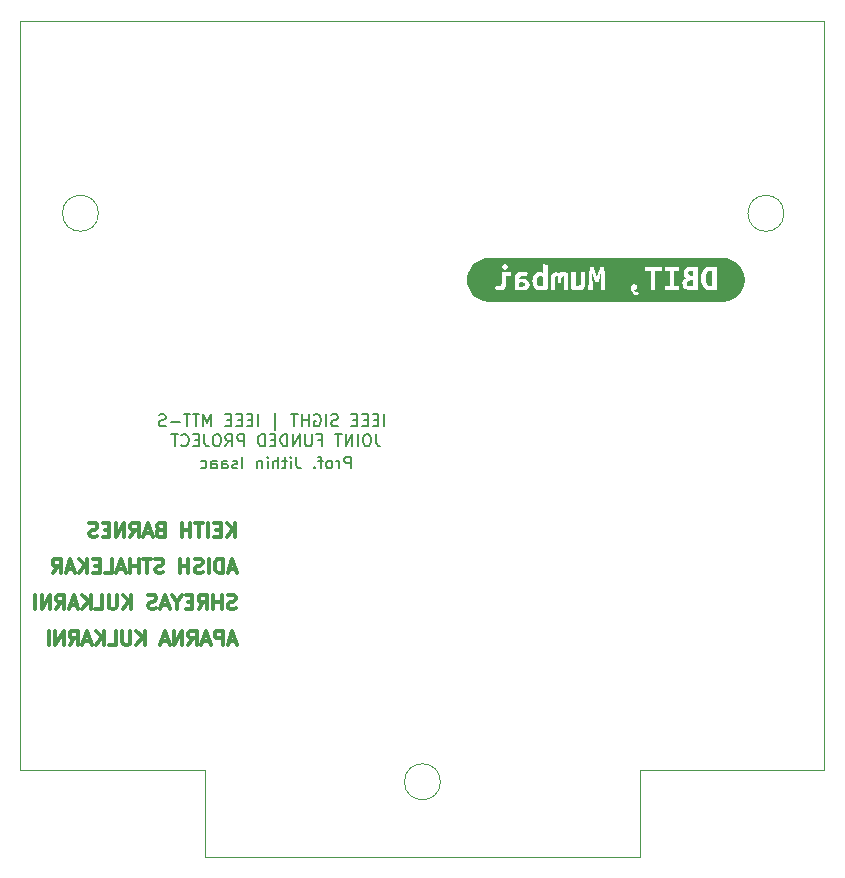
<source format=gbr>
%TF.GenerationSoftware,KiCad,Pcbnew,(5.1.8)-1*%
%TF.CreationDate,2021-05-25T14:35:32+05:30*%
%TF.ProjectId,ATM90_WLR_BOARD,41544d39-305f-4574-9c52-5f424f415244,rev?*%
%TF.SameCoordinates,Original*%
%TF.FileFunction,Legend,Bot*%
%TF.FilePolarity,Positive*%
%FSLAX46Y46*%
G04 Gerber Fmt 4.6, Leading zero omitted, Abs format (unit mm)*
G04 Created by KiCad (PCBNEW (5.1.8)-1) date 2021-05-25 14:35:32*
%MOMM*%
%LPD*%
G01*
G04 APERTURE LIST*
%ADD10C,0.200000*%
%ADD11C,0.300000*%
%TA.AperFunction,Profile*%
%ADD12C,0.050000*%
%TD*%
%ADD13C,0.100000*%
G04 APERTURE END LIST*
D10*
X111163547Y-106790380D02*
X111163547Y-105790380D01*
X110687357Y-106266571D02*
X110354023Y-106266571D01*
X110211166Y-106790380D02*
X110687357Y-106790380D01*
X110687357Y-105790380D01*
X110211166Y-105790380D01*
X109782595Y-106266571D02*
X109449261Y-106266571D01*
X109306404Y-106790380D02*
X109782595Y-106790380D01*
X109782595Y-105790380D01*
X109306404Y-105790380D01*
X108877833Y-106266571D02*
X108544500Y-106266571D01*
X108401642Y-106790380D02*
X108877833Y-106790380D01*
X108877833Y-105790380D01*
X108401642Y-105790380D01*
X107258785Y-106742761D02*
X107115928Y-106790380D01*
X106877833Y-106790380D01*
X106782595Y-106742761D01*
X106734976Y-106695142D01*
X106687357Y-106599904D01*
X106687357Y-106504666D01*
X106734976Y-106409428D01*
X106782595Y-106361809D01*
X106877833Y-106314190D01*
X107068309Y-106266571D01*
X107163547Y-106218952D01*
X107211166Y-106171333D01*
X107258785Y-106076095D01*
X107258785Y-105980857D01*
X107211166Y-105885619D01*
X107163547Y-105838000D01*
X107068309Y-105790380D01*
X106830214Y-105790380D01*
X106687357Y-105838000D01*
X106258785Y-106790380D02*
X106258785Y-105790380D01*
X105258785Y-105838000D02*
X105354023Y-105790380D01*
X105496880Y-105790380D01*
X105639738Y-105838000D01*
X105734976Y-105933238D01*
X105782595Y-106028476D01*
X105830214Y-106218952D01*
X105830214Y-106361809D01*
X105782595Y-106552285D01*
X105734976Y-106647523D01*
X105639738Y-106742761D01*
X105496880Y-106790380D01*
X105401642Y-106790380D01*
X105258785Y-106742761D01*
X105211166Y-106695142D01*
X105211166Y-106361809D01*
X105401642Y-106361809D01*
X104782595Y-106790380D02*
X104782595Y-105790380D01*
X104782595Y-106266571D02*
X104211166Y-106266571D01*
X104211166Y-106790380D02*
X104211166Y-105790380D01*
X103877833Y-105790380D02*
X103306404Y-105790380D01*
X103592119Y-106790380D02*
X103592119Y-105790380D01*
X101973071Y-107123714D02*
X101973071Y-105695142D01*
X100496880Y-106790380D02*
X100496880Y-105790380D01*
X100020690Y-106266571D02*
X99687357Y-106266571D01*
X99544500Y-106790380D02*
X100020690Y-106790380D01*
X100020690Y-105790380D01*
X99544500Y-105790380D01*
X99115928Y-106266571D02*
X98782595Y-106266571D01*
X98639738Y-106790380D02*
X99115928Y-106790380D01*
X99115928Y-105790380D01*
X98639738Y-105790380D01*
X98211166Y-106266571D02*
X97877833Y-106266571D01*
X97734976Y-106790380D02*
X98211166Y-106790380D01*
X98211166Y-105790380D01*
X97734976Y-105790380D01*
X96544500Y-106790380D02*
X96544500Y-105790380D01*
X96211166Y-106504666D01*
X95877833Y-105790380D01*
X95877833Y-106790380D01*
X95544500Y-105790380D02*
X94973071Y-105790380D01*
X95258785Y-106790380D02*
X95258785Y-105790380D01*
X94782595Y-105790380D02*
X94211166Y-105790380D01*
X94496880Y-106790380D02*
X94496880Y-105790380D01*
X93877833Y-106409428D02*
X93115928Y-106409428D01*
X92687357Y-106742761D02*
X92544500Y-106790380D01*
X92306404Y-106790380D01*
X92211166Y-106742761D01*
X92163547Y-106695142D01*
X92115928Y-106599904D01*
X92115928Y-106504666D01*
X92163547Y-106409428D01*
X92211166Y-106361809D01*
X92306404Y-106314190D01*
X92496880Y-106266571D01*
X92592119Y-106218952D01*
X92639738Y-106171333D01*
X92687357Y-106076095D01*
X92687357Y-105980857D01*
X92639738Y-105885619D01*
X92592119Y-105838000D01*
X92496880Y-105790380D01*
X92258785Y-105790380D01*
X92115928Y-105838000D01*
X110496880Y-107490380D02*
X110496880Y-108204666D01*
X110544500Y-108347523D01*
X110639738Y-108442761D01*
X110782595Y-108490380D01*
X110877833Y-108490380D01*
X109830214Y-107490380D02*
X109639738Y-107490380D01*
X109544500Y-107538000D01*
X109449261Y-107633238D01*
X109401642Y-107823714D01*
X109401642Y-108157047D01*
X109449261Y-108347523D01*
X109544500Y-108442761D01*
X109639738Y-108490380D01*
X109830214Y-108490380D01*
X109925452Y-108442761D01*
X110020690Y-108347523D01*
X110068309Y-108157047D01*
X110068309Y-107823714D01*
X110020690Y-107633238D01*
X109925452Y-107538000D01*
X109830214Y-107490380D01*
X108973071Y-108490380D02*
X108973071Y-107490380D01*
X108496880Y-108490380D02*
X108496880Y-107490380D01*
X107925452Y-108490380D01*
X107925452Y-107490380D01*
X107592119Y-107490380D02*
X107020690Y-107490380D01*
X107306404Y-108490380D02*
X107306404Y-107490380D01*
X105592119Y-107966571D02*
X105925452Y-107966571D01*
X105925452Y-108490380D02*
X105925452Y-107490380D01*
X105449261Y-107490380D01*
X105068309Y-107490380D02*
X105068309Y-108299904D01*
X105020690Y-108395142D01*
X104973071Y-108442761D01*
X104877833Y-108490380D01*
X104687357Y-108490380D01*
X104592119Y-108442761D01*
X104544500Y-108395142D01*
X104496880Y-108299904D01*
X104496880Y-107490380D01*
X104020690Y-108490380D02*
X104020690Y-107490380D01*
X103449261Y-108490380D01*
X103449261Y-107490380D01*
X102973071Y-108490380D02*
X102973071Y-107490380D01*
X102734976Y-107490380D01*
X102592119Y-107538000D01*
X102496880Y-107633238D01*
X102449261Y-107728476D01*
X102401642Y-107918952D01*
X102401642Y-108061809D01*
X102449261Y-108252285D01*
X102496880Y-108347523D01*
X102592119Y-108442761D01*
X102734976Y-108490380D01*
X102973071Y-108490380D01*
X101973071Y-107966571D02*
X101639738Y-107966571D01*
X101496880Y-108490380D02*
X101973071Y-108490380D01*
X101973071Y-107490380D01*
X101496880Y-107490380D01*
X101068309Y-108490380D02*
X101068309Y-107490380D01*
X100830214Y-107490380D01*
X100687357Y-107538000D01*
X100592119Y-107633238D01*
X100544500Y-107728476D01*
X100496880Y-107918952D01*
X100496880Y-108061809D01*
X100544500Y-108252285D01*
X100592119Y-108347523D01*
X100687357Y-108442761D01*
X100830214Y-108490380D01*
X101068309Y-108490380D01*
X99306404Y-108490380D02*
X99306404Y-107490380D01*
X98925452Y-107490380D01*
X98830214Y-107538000D01*
X98782595Y-107585619D01*
X98734976Y-107680857D01*
X98734976Y-107823714D01*
X98782595Y-107918952D01*
X98830214Y-107966571D01*
X98925452Y-108014190D01*
X99306404Y-108014190D01*
X97734976Y-108490380D02*
X98068309Y-108014190D01*
X98306404Y-108490380D02*
X98306404Y-107490380D01*
X97925452Y-107490380D01*
X97830214Y-107538000D01*
X97782595Y-107585619D01*
X97734976Y-107680857D01*
X97734976Y-107823714D01*
X97782595Y-107918952D01*
X97830214Y-107966571D01*
X97925452Y-108014190D01*
X98306404Y-108014190D01*
X97115928Y-107490380D02*
X96925452Y-107490380D01*
X96830214Y-107538000D01*
X96734976Y-107633238D01*
X96687357Y-107823714D01*
X96687357Y-108157047D01*
X96734976Y-108347523D01*
X96830214Y-108442761D01*
X96925452Y-108490380D01*
X97115928Y-108490380D01*
X97211166Y-108442761D01*
X97306404Y-108347523D01*
X97354023Y-108157047D01*
X97354023Y-107823714D01*
X97306404Y-107633238D01*
X97211166Y-107538000D01*
X97115928Y-107490380D01*
X95973071Y-107490380D02*
X95973071Y-108204666D01*
X96020690Y-108347523D01*
X96115928Y-108442761D01*
X96258785Y-108490380D01*
X96354023Y-108490380D01*
X95496880Y-107966571D02*
X95163547Y-107966571D01*
X95020690Y-108490380D02*
X95496880Y-108490380D01*
X95496880Y-107490380D01*
X95020690Y-107490380D01*
X94020690Y-108395142D02*
X94068309Y-108442761D01*
X94211166Y-108490380D01*
X94306404Y-108490380D01*
X94449261Y-108442761D01*
X94544500Y-108347523D01*
X94592119Y-108252285D01*
X94639738Y-108061809D01*
X94639738Y-107918952D01*
X94592119Y-107728476D01*
X94544500Y-107633238D01*
X94449261Y-107538000D01*
X94306404Y-107490380D01*
X94211166Y-107490380D01*
X94068309Y-107538000D01*
X94020690Y-107585619D01*
X93734976Y-107490380D02*
X93163547Y-107490380D01*
X93449261Y-108490380D02*
X93449261Y-107490380D01*
X108377833Y-110370880D02*
X108377833Y-109370880D01*
X107996880Y-109370880D01*
X107901642Y-109418500D01*
X107854023Y-109466119D01*
X107806404Y-109561357D01*
X107806404Y-109704214D01*
X107854023Y-109799452D01*
X107901642Y-109847071D01*
X107996880Y-109894690D01*
X108377833Y-109894690D01*
X107377833Y-110370880D02*
X107377833Y-109704214D01*
X107377833Y-109894690D02*
X107330214Y-109799452D01*
X107282595Y-109751833D01*
X107187357Y-109704214D01*
X107092119Y-109704214D01*
X106615928Y-110370880D02*
X106711166Y-110323261D01*
X106758785Y-110275642D01*
X106806404Y-110180404D01*
X106806404Y-109894690D01*
X106758785Y-109799452D01*
X106711166Y-109751833D01*
X106615928Y-109704214D01*
X106473071Y-109704214D01*
X106377833Y-109751833D01*
X106330214Y-109799452D01*
X106282595Y-109894690D01*
X106282595Y-110180404D01*
X106330214Y-110275642D01*
X106377833Y-110323261D01*
X106473071Y-110370880D01*
X106615928Y-110370880D01*
X105996880Y-109704214D02*
X105615928Y-109704214D01*
X105854023Y-110370880D02*
X105854023Y-109513738D01*
X105806404Y-109418500D01*
X105711166Y-109370880D01*
X105615928Y-109370880D01*
X105282595Y-110275642D02*
X105234976Y-110323261D01*
X105282595Y-110370880D01*
X105330214Y-110323261D01*
X105282595Y-110275642D01*
X105282595Y-110370880D01*
X103758785Y-109370880D02*
X103758785Y-110085166D01*
X103806404Y-110228023D01*
X103901642Y-110323261D01*
X104044500Y-110370880D01*
X104139738Y-110370880D01*
X103282595Y-110370880D02*
X103282595Y-109704214D01*
X103282595Y-109370880D02*
X103330214Y-109418500D01*
X103282595Y-109466119D01*
X103234976Y-109418500D01*
X103282595Y-109370880D01*
X103282595Y-109466119D01*
X102949261Y-109704214D02*
X102568309Y-109704214D01*
X102806404Y-109370880D02*
X102806404Y-110228023D01*
X102758785Y-110323261D01*
X102663547Y-110370880D01*
X102568309Y-110370880D01*
X102234976Y-110370880D02*
X102234976Y-109370880D01*
X101806404Y-110370880D02*
X101806404Y-109847071D01*
X101854023Y-109751833D01*
X101949261Y-109704214D01*
X102092119Y-109704214D01*
X102187357Y-109751833D01*
X102234976Y-109799452D01*
X101330214Y-110370880D02*
X101330214Y-109704214D01*
X101330214Y-109370880D02*
X101377833Y-109418500D01*
X101330214Y-109466119D01*
X101282595Y-109418500D01*
X101330214Y-109370880D01*
X101330214Y-109466119D01*
X100854023Y-109704214D02*
X100854023Y-110370880D01*
X100854023Y-109799452D02*
X100806404Y-109751833D01*
X100711166Y-109704214D01*
X100568309Y-109704214D01*
X100473071Y-109751833D01*
X100425452Y-109847071D01*
X100425452Y-110370880D01*
X99187357Y-110370880D02*
X99187357Y-109370880D01*
X98758785Y-110323261D02*
X98663547Y-110370880D01*
X98473071Y-110370880D01*
X98377833Y-110323261D01*
X98330214Y-110228023D01*
X98330214Y-110180404D01*
X98377833Y-110085166D01*
X98473071Y-110037547D01*
X98615928Y-110037547D01*
X98711166Y-109989928D01*
X98758785Y-109894690D01*
X98758785Y-109847071D01*
X98711166Y-109751833D01*
X98615928Y-109704214D01*
X98473071Y-109704214D01*
X98377833Y-109751833D01*
X97473071Y-110370880D02*
X97473071Y-109847071D01*
X97520690Y-109751833D01*
X97615928Y-109704214D01*
X97806404Y-109704214D01*
X97901642Y-109751833D01*
X97473071Y-110323261D02*
X97568309Y-110370880D01*
X97806404Y-110370880D01*
X97901642Y-110323261D01*
X97949261Y-110228023D01*
X97949261Y-110132785D01*
X97901642Y-110037547D01*
X97806404Y-109989928D01*
X97568309Y-109989928D01*
X97473071Y-109942309D01*
X96568309Y-110370880D02*
X96568309Y-109847071D01*
X96615928Y-109751833D01*
X96711166Y-109704214D01*
X96901642Y-109704214D01*
X96996880Y-109751833D01*
X96568309Y-110323261D02*
X96663547Y-110370880D01*
X96901642Y-110370880D01*
X96996880Y-110323261D01*
X97044500Y-110228023D01*
X97044500Y-110132785D01*
X96996880Y-110037547D01*
X96901642Y-109989928D01*
X96663547Y-109989928D01*
X96568309Y-109942309D01*
X95663547Y-110323261D02*
X95758785Y-110370880D01*
X95949261Y-110370880D01*
X96044500Y-110323261D01*
X96092119Y-110275642D01*
X96139738Y-110180404D01*
X96139738Y-109894690D01*
X96092119Y-109799452D01*
X96044500Y-109751833D01*
X95949261Y-109704214D01*
X95758785Y-109704214D01*
X95663547Y-109751833D01*
D11*
X98617571Y-122215214D02*
X98446143Y-122272357D01*
X98160428Y-122272357D01*
X98046143Y-122215214D01*
X97989000Y-122158071D01*
X97931857Y-122043785D01*
X97931857Y-121929500D01*
X97989000Y-121815214D01*
X98046143Y-121758071D01*
X98160428Y-121700928D01*
X98389000Y-121643785D01*
X98503286Y-121586642D01*
X98560428Y-121529500D01*
X98617571Y-121415214D01*
X98617571Y-121300928D01*
X98560428Y-121186642D01*
X98503286Y-121129500D01*
X98389000Y-121072357D01*
X98103286Y-121072357D01*
X97931857Y-121129500D01*
X97417571Y-122272357D02*
X97417571Y-121072357D01*
X97417571Y-121643785D02*
X96731857Y-121643785D01*
X96731857Y-122272357D02*
X96731857Y-121072357D01*
X95474714Y-122272357D02*
X95874714Y-121700928D01*
X96160428Y-122272357D02*
X96160428Y-121072357D01*
X95703286Y-121072357D01*
X95589000Y-121129500D01*
X95531857Y-121186642D01*
X95474714Y-121300928D01*
X95474714Y-121472357D01*
X95531857Y-121586642D01*
X95589000Y-121643785D01*
X95703286Y-121700928D01*
X96160428Y-121700928D01*
X94960428Y-121643785D02*
X94560428Y-121643785D01*
X94389000Y-122272357D02*
X94960428Y-122272357D01*
X94960428Y-121072357D01*
X94389000Y-121072357D01*
X93646143Y-121700928D02*
X93646143Y-122272357D01*
X94046143Y-121072357D02*
X93646143Y-121700928D01*
X93246143Y-121072357D01*
X92903286Y-121929500D02*
X92331857Y-121929500D01*
X93017571Y-122272357D02*
X92617571Y-121072357D01*
X92217571Y-122272357D01*
X91874714Y-122215214D02*
X91703286Y-122272357D01*
X91417571Y-122272357D01*
X91303286Y-122215214D01*
X91246143Y-122158071D01*
X91189000Y-122043785D01*
X91189000Y-121929500D01*
X91246143Y-121815214D01*
X91303286Y-121758071D01*
X91417571Y-121700928D01*
X91646143Y-121643785D01*
X91760428Y-121586642D01*
X91817571Y-121529500D01*
X91874714Y-121415214D01*
X91874714Y-121300928D01*
X91817571Y-121186642D01*
X91760428Y-121129500D01*
X91646143Y-121072357D01*
X91360428Y-121072357D01*
X91189000Y-121129500D01*
X89760428Y-122272357D02*
X89760428Y-121072357D01*
X89074714Y-122272357D02*
X89589000Y-121586642D01*
X89074714Y-121072357D02*
X89760428Y-121758071D01*
X88560428Y-121072357D02*
X88560428Y-122043785D01*
X88503286Y-122158071D01*
X88446143Y-122215214D01*
X88331857Y-122272357D01*
X88103286Y-122272357D01*
X87989000Y-122215214D01*
X87931857Y-122158071D01*
X87874714Y-122043785D01*
X87874714Y-121072357D01*
X86731857Y-122272357D02*
X87303286Y-122272357D01*
X87303286Y-121072357D01*
X86331857Y-122272357D02*
X86331857Y-121072357D01*
X85646143Y-122272357D02*
X86160428Y-121586642D01*
X85646143Y-121072357D02*
X86331857Y-121758071D01*
X85189000Y-121929500D02*
X84617571Y-121929500D01*
X85303286Y-122272357D02*
X84903286Y-121072357D01*
X84503286Y-122272357D01*
X83417571Y-122272357D02*
X83817571Y-121700928D01*
X84103286Y-122272357D02*
X84103286Y-121072357D01*
X83646143Y-121072357D01*
X83531857Y-121129500D01*
X83474714Y-121186642D01*
X83417571Y-121300928D01*
X83417571Y-121472357D01*
X83474714Y-121586642D01*
X83531857Y-121643785D01*
X83646143Y-121700928D01*
X84103286Y-121700928D01*
X82903286Y-122272357D02*
X82903286Y-121072357D01*
X82217571Y-122272357D01*
X82217571Y-121072357D01*
X81646143Y-122272357D02*
X81646143Y-121072357D01*
X98617571Y-118881500D02*
X98046142Y-118881500D01*
X98731856Y-119224357D02*
X98331856Y-118024357D01*
X97931856Y-119224357D01*
X97531856Y-119224357D02*
X97531856Y-118024357D01*
X97246142Y-118024357D01*
X97074714Y-118081500D01*
X96960428Y-118195785D01*
X96903285Y-118310071D01*
X96846142Y-118538642D01*
X96846142Y-118710071D01*
X96903285Y-118938642D01*
X96960428Y-119052928D01*
X97074714Y-119167214D01*
X97246142Y-119224357D01*
X97531856Y-119224357D01*
X96331856Y-119224357D02*
X96331856Y-118024357D01*
X95817571Y-119167214D02*
X95646142Y-119224357D01*
X95360428Y-119224357D01*
X95246142Y-119167214D01*
X95188999Y-119110071D01*
X95131856Y-118995785D01*
X95131856Y-118881500D01*
X95188999Y-118767214D01*
X95246142Y-118710071D01*
X95360428Y-118652928D01*
X95588999Y-118595785D01*
X95703285Y-118538642D01*
X95760428Y-118481500D01*
X95817571Y-118367214D01*
X95817571Y-118252928D01*
X95760428Y-118138642D01*
X95703285Y-118081500D01*
X95588999Y-118024357D01*
X95303285Y-118024357D01*
X95131856Y-118081500D01*
X94617571Y-119224357D02*
X94617571Y-118024357D01*
X94617571Y-118595785D02*
X93931856Y-118595785D01*
X93931856Y-119224357D02*
X93931856Y-118024357D01*
X92503285Y-119167214D02*
X92331856Y-119224357D01*
X92046142Y-119224357D01*
X91931856Y-119167214D01*
X91874714Y-119110071D01*
X91817571Y-118995785D01*
X91817571Y-118881500D01*
X91874714Y-118767214D01*
X91931856Y-118710071D01*
X92046142Y-118652928D01*
X92274714Y-118595785D01*
X92388999Y-118538642D01*
X92446142Y-118481500D01*
X92503285Y-118367214D01*
X92503285Y-118252928D01*
X92446142Y-118138642D01*
X92388999Y-118081500D01*
X92274714Y-118024357D01*
X91988999Y-118024357D01*
X91817571Y-118081500D01*
X91474714Y-118024357D02*
X90788999Y-118024357D01*
X91131856Y-119224357D02*
X91131856Y-118024357D01*
X90388999Y-119224357D02*
X90388999Y-118024357D01*
X90388999Y-118595785D02*
X89703285Y-118595785D01*
X89703285Y-119224357D02*
X89703285Y-118024357D01*
X89188999Y-118881500D02*
X88617571Y-118881500D01*
X89303285Y-119224357D02*
X88903285Y-118024357D01*
X88503285Y-119224357D01*
X87531856Y-119224357D02*
X88103285Y-119224357D01*
X88103285Y-118024357D01*
X87131856Y-118595785D02*
X86731856Y-118595785D01*
X86560428Y-119224357D02*
X87131856Y-119224357D01*
X87131856Y-118024357D01*
X86560428Y-118024357D01*
X86046142Y-119224357D02*
X86046142Y-118024357D01*
X85360428Y-119224357D02*
X85874714Y-118538642D01*
X85360428Y-118024357D02*
X86046142Y-118710071D01*
X84903285Y-118881500D02*
X84331856Y-118881500D01*
X85017571Y-119224357D02*
X84617571Y-118024357D01*
X84217571Y-119224357D01*
X83131856Y-119224357D02*
X83531856Y-118652928D01*
X83817571Y-119224357D02*
X83817571Y-118024357D01*
X83360428Y-118024357D01*
X83246142Y-118081500D01*
X83188999Y-118138642D01*
X83131856Y-118252928D01*
X83131856Y-118424357D01*
X83188999Y-118538642D01*
X83246142Y-118595785D01*
X83360428Y-118652928D01*
X83817571Y-118652928D01*
X98617571Y-124977500D02*
X98046142Y-124977500D01*
X98731856Y-125320357D02*
X98331856Y-124120357D01*
X97931856Y-125320357D01*
X97531856Y-125320357D02*
X97531856Y-124120357D01*
X97074714Y-124120357D01*
X96960428Y-124177500D01*
X96903285Y-124234642D01*
X96846142Y-124348928D01*
X96846142Y-124520357D01*
X96903285Y-124634642D01*
X96960428Y-124691785D01*
X97074714Y-124748928D01*
X97531856Y-124748928D01*
X96388999Y-124977500D02*
X95817571Y-124977500D01*
X96503285Y-125320357D02*
X96103285Y-124120357D01*
X95703285Y-125320357D01*
X94617571Y-125320357D02*
X95017571Y-124748928D01*
X95303285Y-125320357D02*
X95303285Y-124120357D01*
X94846142Y-124120357D01*
X94731856Y-124177500D01*
X94674714Y-124234642D01*
X94617571Y-124348928D01*
X94617571Y-124520357D01*
X94674714Y-124634642D01*
X94731856Y-124691785D01*
X94846142Y-124748928D01*
X95303285Y-124748928D01*
X94103285Y-125320357D02*
X94103285Y-124120357D01*
X93417571Y-125320357D01*
X93417571Y-124120357D01*
X92903285Y-124977500D02*
X92331856Y-124977500D01*
X93017571Y-125320357D02*
X92617571Y-124120357D01*
X92217571Y-125320357D01*
X90903285Y-125320357D02*
X90903285Y-124120357D01*
X90217571Y-125320357D02*
X90731856Y-124634642D01*
X90217571Y-124120357D02*
X90903285Y-124806071D01*
X89703285Y-124120357D02*
X89703285Y-125091785D01*
X89646142Y-125206071D01*
X89588999Y-125263214D01*
X89474714Y-125320357D01*
X89246142Y-125320357D01*
X89131856Y-125263214D01*
X89074714Y-125206071D01*
X89017571Y-125091785D01*
X89017571Y-124120357D01*
X87874714Y-125320357D02*
X88446142Y-125320357D01*
X88446142Y-124120357D01*
X87474714Y-125320357D02*
X87474714Y-124120357D01*
X86788999Y-125320357D02*
X87303285Y-124634642D01*
X86788999Y-124120357D02*
X87474714Y-124806071D01*
X86331856Y-124977500D02*
X85760428Y-124977500D01*
X86446142Y-125320357D02*
X86046142Y-124120357D01*
X85646142Y-125320357D01*
X84560428Y-125320357D02*
X84960428Y-124748928D01*
X85246142Y-125320357D02*
X85246142Y-124120357D01*
X84788999Y-124120357D01*
X84674714Y-124177500D01*
X84617571Y-124234642D01*
X84560428Y-124348928D01*
X84560428Y-124520357D01*
X84617571Y-124634642D01*
X84674714Y-124691785D01*
X84788999Y-124748928D01*
X85246142Y-124748928D01*
X84046142Y-125320357D02*
X84046142Y-124120357D01*
X83360428Y-125320357D01*
X83360428Y-124120357D01*
X82788999Y-125320357D02*
X82788999Y-124120357D01*
X98560428Y-116176357D02*
X98560428Y-114976357D01*
X97874713Y-116176357D02*
X98388999Y-115490642D01*
X97874713Y-114976357D02*
X98560428Y-115662071D01*
X97360428Y-115547785D02*
X96960428Y-115547785D01*
X96788999Y-116176357D02*
X97360428Y-116176357D01*
X97360428Y-114976357D01*
X96788999Y-114976357D01*
X96274713Y-116176357D02*
X96274713Y-114976357D01*
X95874713Y-114976357D02*
X95188999Y-114976357D01*
X95531856Y-116176357D02*
X95531856Y-114976357D01*
X94788999Y-116176357D02*
X94788999Y-114976357D01*
X94788999Y-115547785D02*
X94103285Y-115547785D01*
X94103285Y-116176357D02*
X94103285Y-114976357D01*
X92217570Y-115547785D02*
X92046142Y-115604928D01*
X91988999Y-115662071D01*
X91931856Y-115776357D01*
X91931856Y-115947785D01*
X91988999Y-116062071D01*
X92046142Y-116119214D01*
X92160428Y-116176357D01*
X92617570Y-116176357D01*
X92617570Y-114976357D01*
X92217570Y-114976357D01*
X92103285Y-115033500D01*
X92046142Y-115090642D01*
X91988999Y-115204928D01*
X91988999Y-115319214D01*
X92046142Y-115433500D01*
X92103285Y-115490642D01*
X92217570Y-115547785D01*
X92617570Y-115547785D01*
X91474713Y-115833500D02*
X90903285Y-115833500D01*
X91588999Y-116176357D02*
X91188999Y-114976357D01*
X90788999Y-116176357D01*
X89703285Y-116176357D02*
X90103285Y-115604928D01*
X90388999Y-116176357D02*
X90388999Y-114976357D01*
X89931856Y-114976357D01*
X89817570Y-115033500D01*
X89760428Y-115090642D01*
X89703285Y-115204928D01*
X89703285Y-115376357D01*
X89760428Y-115490642D01*
X89817570Y-115547785D01*
X89931856Y-115604928D01*
X90388999Y-115604928D01*
X89188999Y-116176357D02*
X89188999Y-114976357D01*
X88503285Y-116176357D01*
X88503285Y-114976357D01*
X87931856Y-115547785D02*
X87531856Y-115547785D01*
X87360428Y-116176357D02*
X87931856Y-116176357D01*
X87931856Y-114976357D01*
X87360428Y-114976357D01*
X86903285Y-116119214D02*
X86731856Y-116176357D01*
X86446142Y-116176357D01*
X86331856Y-116119214D01*
X86274713Y-116062071D01*
X86217570Y-115947785D01*
X86217570Y-115833500D01*
X86274713Y-115719214D01*
X86331856Y-115662071D01*
X86446142Y-115604928D01*
X86674713Y-115547785D01*
X86788999Y-115490642D01*
X86846142Y-115433500D01*
X86903285Y-115319214D01*
X86903285Y-115204928D01*
X86846142Y-115090642D01*
X86788999Y-115033500D01*
X86674713Y-114976357D01*
X86388999Y-114976357D01*
X86217570Y-115033500D01*
D12*
X80391000Y-135890000D02*
X80391000Y-72517000D01*
X148463000Y-72517000D02*
X148463000Y-135890000D01*
X148463000Y-72517000D02*
X80391000Y-72517000D01*
X132842000Y-135890000D02*
X148463000Y-135890000D01*
X132842000Y-143256000D02*
X132842000Y-135890000D01*
X96012000Y-135890000D02*
X96012000Y-143256000D01*
X80391000Y-135890000D02*
X96012000Y-135890000D01*
X96012000Y-143256000D02*
X132842000Y-143256000D01*
X115951000Y-136906000D02*
G75*
G03*
X115951000Y-136906000I-1524000J0D01*
G01*
X145034000Y-88773000D02*
G75*
G03*
X145034000Y-88773000I-1524000J0D01*
G01*
X86995000Y-88773000D02*
G75*
G03*
X86995000Y-88773000I-1524000J0D01*
G01*
D13*
%TO.C,svgemod*%
G36*
X139346888Y-92552757D02*
G01*
X138876988Y-93281287D01*
X138691647Y-93295575D01*
X138522975Y-93338437D01*
X138374941Y-93411859D01*
X138251513Y-93517825D01*
X138152691Y-93656731D01*
X138078475Y-93828975D01*
X138032041Y-94037334D01*
X137759388Y-95237088D01*
X137759388Y-93328912D01*
X137514913Y-93295575D01*
X137251388Y-93281287D01*
X137049775Y-93292797D01*
X136889438Y-93327325D01*
X136670363Y-93447975D01*
X136562413Y-93614662D01*
X136533838Y-93798812D01*
X136550903Y-93930575D01*
X136602100Y-94046462D01*
X136784663Y-94217912D01*
X136616784Y-94303637D01*
X136513200Y-94414763D01*
X136459622Y-94541763D01*
X136441763Y-94675113D01*
X136456844Y-94838228D01*
X136502088Y-94971975D01*
X136171888Y-95268838D01*
X136171888Y-94944988D01*
X135743263Y-94944988D01*
X135743263Y-93627362D01*
X136171888Y-93627362D01*
X136171888Y-93303512D01*
X134924113Y-93303512D01*
X134676463Y-93627362D01*
X134676463Y-93303512D01*
X133247713Y-93303512D01*
X133247713Y-93627362D01*
X133765238Y-93627362D01*
X133765238Y-95268838D01*
X134158938Y-95268838D01*
X134158938Y-93627362D01*
X134676463Y-93627362D01*
X134924113Y-93303512D01*
X134924113Y-93627362D01*
X135349563Y-93627362D01*
X135349563Y-94944988D01*
X134924113Y-94944988D01*
X134924113Y-95268838D01*
X136171888Y-95268838D01*
X136502088Y-94971975D01*
X136665600Y-95162475D01*
X136778313Y-95223594D01*
X136910075Y-95264075D01*
X137056522Y-95286697D01*
X137213288Y-95294238D01*
X137345844Y-95290666D01*
X137483163Y-95279950D01*
X137622069Y-95262091D01*
X137759388Y-95237088D01*
X138032041Y-94037334D01*
X138016563Y-94284587D01*
X138033628Y-94537397D01*
X138084825Y-94749725D01*
X138166184Y-94923953D01*
X138273738Y-95062463D01*
X138405897Y-95166841D01*
X138561075Y-95238675D01*
X132768288Y-95500613D01*
X132652400Y-95478388D01*
X132541275Y-95449813D01*
X132447613Y-95395838D01*
X132380938Y-95300588D01*
X132568263Y-95205338D01*
X132634938Y-95021188D01*
X132553975Y-94817988D01*
X132349188Y-94738613D01*
X132141225Y-94827513D01*
X132085266Y-94932288D01*
X132066613Y-95068813D01*
X132101538Y-95291063D01*
X132214250Y-95497438D01*
X132303547Y-95586338D01*
X132415863Y-95662538D01*
X132553181Y-95720481D01*
X132717488Y-95754613D01*
X132768288Y-95500613D01*
X138561075Y-95238675D01*
X138736097Y-95280347D01*
X138927788Y-95294238D01*
X139132575Y-95283125D01*
X139346888Y-95246613D01*
X139346888Y-93328912D01*
X139096063Y-93290812D01*
X138876988Y-93281287D01*
X139346888Y-92552757D01*
X139859518Y-92552757D01*
X140041559Y-92561700D01*
X140221848Y-92588444D01*
X140398647Y-92632730D01*
X140570254Y-92694131D01*
X140735016Y-92772058D01*
X140891346Y-92865759D01*
X141037740Y-92974332D01*
X141172787Y-93096731D01*
X141295186Y-93231778D01*
X141403759Y-93378171D01*
X141497460Y-93534502D01*
X141575386Y-93699264D01*
X141636788Y-93870871D01*
X141681074Y-94047670D01*
X141707817Y-94227958D01*
X141716760Y-94410000D01*
X141707817Y-94592042D01*
X141681074Y-94772330D01*
X141636788Y-94949129D01*
X141575386Y-95120736D01*
X141497460Y-95285498D01*
X141403759Y-95441829D01*
X141295186Y-95588222D01*
X141172787Y-95723269D01*
X141037740Y-95845668D01*
X140891346Y-95954241D01*
X140735016Y-96047942D01*
X140570254Y-96125869D01*
X140398647Y-96187270D01*
X140221848Y-96231556D01*
X140041559Y-96258300D01*
X139859518Y-96267243D01*
X139346888Y-96267243D01*
X120573112Y-96267243D01*
X122243162Y-94344912D01*
X122243162Y-95233913D01*
X122497162Y-95278363D01*
X122675756Y-95297413D01*
X122874987Y-95303763D01*
X123133750Y-95278363D01*
X123332187Y-95194225D01*
X123459187Y-95041825D01*
X123503637Y-94811638D01*
X123452837Y-94592563D01*
X123316312Y-94449688D01*
X123119462Y-94371900D01*
X122887687Y-94348087D01*
X122744019Y-94354437D01*
X122617812Y-94373487D01*
X122617812Y-94325862D01*
X122687662Y-94140125D01*
X122782912Y-94084166D01*
X122928962Y-94065512D01*
X123143275Y-94081387D01*
X123309962Y-94119487D01*
X123363937Y-93805162D01*
X123157562Y-93759125D01*
X123021831Y-93743647D01*
X122881337Y-93738487D01*
X122712666Y-93749203D01*
X122574950Y-93781350D01*
X122379687Y-93902000D01*
X122274912Y-94092500D01*
X122243162Y-94344912D01*
X120573112Y-96267243D01*
X120060482Y-96267243D01*
X120573112Y-95205338D01*
X120800125Y-95283125D01*
X120995387Y-95303763D01*
X121135484Y-95292650D01*
X121250975Y-95259313D01*
X121416075Y-95130725D01*
X121503387Y-94925938D01*
X121522437Y-94796556D01*
X121528787Y-94649713D01*
X121528787Y-94100437D01*
X121941537Y-94100437D01*
X121941537Y-93776587D01*
X121138262Y-93776587D01*
X121138262Y-94700513D01*
X121089050Y-94898950D01*
X120925537Y-94964038D01*
X120795362Y-94949750D01*
X120623912Y-94891013D01*
X120573112Y-95205338D01*
X120060482Y-96267243D01*
X119878441Y-96258300D01*
X121154137Y-93347962D01*
X121227162Y-93528937D01*
X121401787Y-93595612D01*
X121574825Y-93528937D01*
X121646262Y-93347962D01*
X121574825Y-93163812D01*
X121401787Y-93097137D01*
X121227162Y-93163812D01*
X121154137Y-93347962D01*
X119878441Y-96258300D01*
X119698152Y-96231556D01*
X119521353Y-96187270D01*
X119349746Y-96125869D01*
X119184984Y-96047942D01*
X119028654Y-95954241D01*
X118882260Y-95845668D01*
X118747213Y-95723269D01*
X118624814Y-95588222D01*
X118516241Y-95441829D01*
X118422540Y-95285498D01*
X118344614Y-95120736D01*
X118283212Y-94949129D01*
X118238926Y-94772330D01*
X118212183Y-94592042D01*
X118203240Y-94410000D01*
X118212183Y-94227958D01*
X118238926Y-94047670D01*
X118283212Y-93870871D01*
X118344614Y-93699264D01*
X118422540Y-93534502D01*
X118516241Y-93378171D01*
X118624814Y-93231778D01*
X118747213Y-93096731D01*
X118882260Y-92974332D01*
X119028654Y-92865759D01*
X119184984Y-92772058D01*
X129482162Y-93303512D01*
X129426600Y-93474962D01*
X129355162Y-93700387D01*
X129278962Y-93944862D01*
X129205937Y-94173462D01*
X129126562Y-93930575D01*
X129047187Y-93689275D01*
X128977337Y-93471787D01*
X128920187Y-93303512D01*
X128596337Y-93303512D01*
X128574509Y-93557512D01*
X128553475Y-93805162D01*
X128534425Y-94048447D01*
X128518550Y-94289350D01*
X128505453Y-94529856D01*
X128494737Y-94771950D01*
X128486006Y-95017616D01*
X128099450Y-95108500D01*
X128193112Y-94887838D01*
X128212162Y-94754488D01*
X128218512Y-94608438D01*
X128218512Y-93776587D01*
X127827987Y-93776587D01*
X127827987Y-94557638D01*
X127815684Y-94737422D01*
X127778775Y-94864025D01*
X127586687Y-94964038D01*
X127408887Y-94948163D01*
X127408887Y-93776587D01*
X127015187Y-93776587D01*
X126481787Y-93779762D01*
X126269062Y-93760712D01*
X126121425Y-93781350D01*
X126008712Y-93849612D01*
X125881712Y-93787700D01*
X125729312Y-93760712D01*
X125526112Y-93798812D01*
X125400700Y-93913112D01*
X125338787Y-94105200D01*
X125326881Y-94231009D01*
X125322912Y-94376662D01*
X125033987Y-95224388D01*
X125033987Y-93132062D01*
X124643462Y-93065387D01*
X124643462Y-93811512D01*
X124484712Y-93759125D01*
X124332312Y-93744837D01*
X124194994Y-93758728D01*
X124075137Y-93800400D01*
X123889400Y-93959150D01*
X123823916Y-94072259D01*
X123776687Y-94205212D01*
X123748112Y-94356025D01*
X123738587Y-94522713D01*
X123750494Y-94692178D01*
X123786212Y-94844975D01*
X123844950Y-94978722D01*
X123925912Y-95091038D01*
X124028306Y-95181128D01*
X124151337Y-95248200D01*
X124294212Y-95289872D01*
X124456137Y-95303763D01*
X124610125Y-95298206D01*
X124767287Y-95281538D01*
X124913337Y-95256138D01*
X125033987Y-95224388D01*
X125322912Y-94376662D01*
X125322912Y-95268838D01*
X125640412Y-95268838D01*
X125640412Y-94357612D01*
X125651525Y-94214737D01*
X125680100Y-94132187D01*
X125721375Y-94094087D01*
X125770587Y-94084562D01*
X125830912Y-94089325D01*
X125888063Y-94106787D01*
X125872187Y-94240137D01*
X125865837Y-94402062D01*
X125865837Y-94700513D01*
X126183337Y-94700513D01*
X126183337Y-94357612D01*
X126213500Y-94144887D01*
X126310337Y-94084562D01*
X126356375Y-94087737D01*
X126408762Y-94097262D01*
X126408762Y-95268838D01*
X126726262Y-95268838D01*
X126726262Y-93833737D01*
X126481787Y-93779762D01*
X127015187Y-93776587D01*
X127015187Y-95218038D01*
X127134647Y-95246613D01*
X127277125Y-95275188D01*
X127437859Y-95296619D01*
X127612087Y-95303763D01*
X127779569Y-95291063D01*
X127913712Y-95252963D01*
X128099450Y-95108500D01*
X128486006Y-95017616D01*
X128478862Y-95268838D01*
X128837637Y-95268838D01*
X128818587Y-93741662D01*
X129059887Y-94573513D01*
X129345637Y-94573513D01*
X129577412Y-93741662D01*
X129561537Y-95268838D01*
X129920312Y-95268838D01*
X129910391Y-95022775D01*
X129899675Y-94767188D01*
X129888166Y-94507631D01*
X129875862Y-94249662D01*
X129861972Y-93996456D01*
X129845700Y-93751187D01*
X129827047Y-93518619D01*
X129806012Y-93303512D01*
X129482162Y-93303512D01*
X119184984Y-92772058D01*
X119349746Y-92694131D01*
X119521353Y-92632730D01*
X119698152Y-92588444D01*
X119878441Y-92561700D01*
X120060482Y-92552757D01*
X120573112Y-92552757D01*
X139346888Y-92552757D01*
G37*
G36*
X138956363Y-94951338D02*
G01*
X138921438Y-94954513D01*
X138886513Y-94954513D01*
X138662675Y-94903713D01*
X138516625Y-94764013D01*
X138437250Y-94552875D01*
X138419391Y-94424684D01*
X138413438Y-94284587D01*
X138432488Y-94036937D01*
X138499163Y-93824212D01*
X138629338Y-93676575D01*
X138842063Y-93621012D01*
X138899213Y-93622600D01*
X138956363Y-93630537D01*
X138956363Y-94951338D01*
G37*
G36*
X124135462Y-94513188D02*
G01*
X124152528Y-94328244D01*
X124203725Y-94192512D01*
X124289847Y-94109169D01*
X124411687Y-94081387D01*
X124537100Y-94098850D01*
X124643462Y-94141712D01*
X124643462Y-94951338D01*
X124549800Y-94964038D01*
X124465662Y-94967213D01*
X124329137Y-94941416D01*
X124224362Y-94864025D01*
X124157687Y-94724722D01*
X124135462Y-94513188D01*
G37*
G36*
X137368863Y-94408412D02*
G01*
X137368863Y-94941813D01*
X137278375Y-94951338D01*
X137181538Y-94954513D01*
X137051363Y-94943400D01*
X136938650Y-94902125D01*
X136857688Y-94816400D01*
X136825938Y-94675113D01*
X136916425Y-94470325D01*
X137159313Y-94408412D01*
X137368863Y-94408412D01*
G37*
G36*
X137216463Y-94084562D02*
G01*
X136991038Y-94019475D01*
X136914838Y-93840087D01*
X136937063Y-93727375D01*
X136997388Y-93660700D01*
X137086288Y-93628950D01*
X137191063Y-93621012D01*
X137283138Y-93624187D01*
X137368863Y-93633712D01*
X137368863Y-94084562D01*
X137216463Y-94084562D01*
G37*
G36*
X122846412Y-94989438D02*
G01*
X122722587Y-94987850D01*
X122617812Y-94979913D01*
X122617812Y-94637013D01*
X122709887Y-94625900D01*
X122808312Y-94621138D01*
X122925787Y-94629075D01*
X123025800Y-94656063D01*
X123094062Y-94710038D01*
X123119462Y-94802113D01*
X123043262Y-94946575D01*
X122846412Y-94989438D01*
G37*
%TD*%
M02*

</source>
